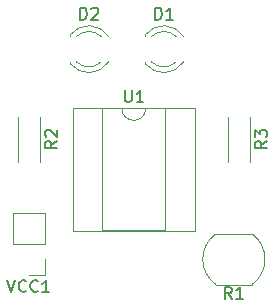
<source format=gbr>
%TF.GenerationSoftware,KiCad,Pcbnew,(5.1.9)-1*%
%TF.CreationDate,2021-03-24T10:04:47+05:30*%
%TF.ProjectId,Project1,50726f6a-6563-4743-912e-6b696361645f,rev?*%
%TF.SameCoordinates,Original*%
%TF.FileFunction,Legend,Top*%
%TF.FilePolarity,Positive*%
%FSLAX46Y46*%
G04 Gerber Fmt 4.6, Leading zero omitted, Abs format (unit mm)*
G04 Created by KiCad (PCBNEW (5.1.9)-1) date 2021-03-24 10:04:47*
%MOMM*%
%LPD*%
G01*
G04 APERTURE LIST*
%ADD10C,0.120000*%
%ADD11C,0.150000*%
G04 APERTURE END LIST*
D10*
%TO.C,VCC1*%
X134680000Y-90230000D02*
X133350000Y-90230000D01*
X134680000Y-88900000D02*
X134680000Y-90230000D01*
X134680000Y-87630000D02*
X132020000Y-87630000D01*
X132020000Y-87630000D02*
X132020000Y-85030000D01*
X134680000Y-87630000D02*
X134680000Y-85030000D01*
X134680000Y-85030000D02*
X132020000Y-85030000D01*
%TO.C,U1*%
X147380000Y-76080000D02*
X137100000Y-76080000D01*
X147380000Y-86480000D02*
X147380000Y-76080000D01*
X137100000Y-86480000D02*
X147380000Y-86480000D01*
X137100000Y-76080000D02*
X137100000Y-86480000D01*
X144890000Y-76140000D02*
X143240000Y-76140000D01*
X144890000Y-86420000D02*
X144890000Y-76140000D01*
X139590000Y-86420000D02*
X144890000Y-86420000D01*
X139590000Y-76140000D02*
X139590000Y-86420000D01*
X141240000Y-76140000D02*
X139590000Y-76140000D01*
X143240000Y-76140000D02*
G75*
G02*
X141240000Y-76140000I-1000000J0D01*
G01*
%TO.C,R3*%
X150210000Y-76820000D02*
X150210000Y-80660000D01*
X152050000Y-76820000D02*
X152050000Y-80660000D01*
%TO.C,R2*%
X132430000Y-76820000D02*
X132430000Y-80660000D01*
X134270000Y-76820000D02*
X134270000Y-80660000D01*
%TO.C,R1*%
X152250000Y-91050000D02*
X149200000Y-91050000D01*
X152250000Y-86750000D02*
X149200000Y-86750000D01*
X149155487Y-86781751D02*
G75*
G03*
X149200000Y-91050000I1544513J-2118249D01*
G01*
X152228234Y-91065526D02*
G75*
G03*
X152250000Y-86750000I-1528234J2165526D01*
G01*
%TO.C,D2*%
X136870000Y-72200000D02*
X136870000Y-72356000D01*
X136870000Y-69884000D02*
X136870000Y-70040000D01*
X139471130Y-72199837D02*
G75*
G02*
X137389039Y-72200000I-1041130J1079837D01*
G01*
X139471130Y-70040163D02*
G75*
G03*
X137389039Y-70040000I-1041130J-1079837D01*
G01*
X140102335Y-72198608D02*
G75*
G02*
X136870000Y-72355516I-1672335J1078608D01*
G01*
X140102335Y-70041392D02*
G75*
G03*
X136870000Y-69884484I-1672335J-1078608D01*
G01*
%TO.C,D1*%
X143220000Y-72200000D02*
X143220000Y-72356000D01*
X143220000Y-69884000D02*
X143220000Y-70040000D01*
X145821130Y-72199837D02*
G75*
G02*
X143739039Y-72200000I-1041130J1079837D01*
G01*
X145821130Y-70040163D02*
G75*
G03*
X143739039Y-70040000I-1041130J-1079837D01*
G01*
X146452335Y-72198608D02*
G75*
G02*
X143220000Y-72355516I-1672335J1078608D01*
G01*
X146452335Y-70041392D02*
G75*
G03*
X143220000Y-69884484I-1672335J-1078608D01*
G01*
%TO.C,VCC1*%
D11*
X131540476Y-90682380D02*
X131873809Y-91682380D01*
X132207142Y-90682380D01*
X133111904Y-91587142D02*
X133064285Y-91634761D01*
X132921428Y-91682380D01*
X132826190Y-91682380D01*
X132683333Y-91634761D01*
X132588095Y-91539523D01*
X132540476Y-91444285D01*
X132492857Y-91253809D01*
X132492857Y-91110952D01*
X132540476Y-90920476D01*
X132588095Y-90825238D01*
X132683333Y-90730000D01*
X132826190Y-90682380D01*
X132921428Y-90682380D01*
X133064285Y-90730000D01*
X133111904Y-90777619D01*
X134111904Y-91587142D02*
X134064285Y-91634761D01*
X133921428Y-91682380D01*
X133826190Y-91682380D01*
X133683333Y-91634761D01*
X133588095Y-91539523D01*
X133540476Y-91444285D01*
X133492857Y-91253809D01*
X133492857Y-91110952D01*
X133540476Y-90920476D01*
X133588095Y-90825238D01*
X133683333Y-90730000D01*
X133826190Y-90682380D01*
X133921428Y-90682380D01*
X134064285Y-90730000D01*
X134111904Y-90777619D01*
X135064285Y-91682380D02*
X134492857Y-91682380D01*
X134778571Y-91682380D02*
X134778571Y-90682380D01*
X134683333Y-90825238D01*
X134588095Y-90920476D01*
X134492857Y-90968095D01*
%TO.C,U1*%
X141478095Y-74592380D02*
X141478095Y-75401904D01*
X141525714Y-75497142D01*
X141573333Y-75544761D01*
X141668571Y-75592380D01*
X141859047Y-75592380D01*
X141954285Y-75544761D01*
X142001904Y-75497142D01*
X142049523Y-75401904D01*
X142049523Y-74592380D01*
X143049523Y-75592380D02*
X142478095Y-75592380D01*
X142763809Y-75592380D02*
X142763809Y-74592380D01*
X142668571Y-74735238D01*
X142573333Y-74830476D01*
X142478095Y-74878095D01*
%TO.C,R3*%
X153502380Y-78906666D02*
X153026190Y-79240000D01*
X153502380Y-79478095D02*
X152502380Y-79478095D01*
X152502380Y-79097142D01*
X152550000Y-79001904D01*
X152597619Y-78954285D01*
X152692857Y-78906666D01*
X152835714Y-78906666D01*
X152930952Y-78954285D01*
X152978571Y-79001904D01*
X153026190Y-79097142D01*
X153026190Y-79478095D01*
X152502380Y-78573333D02*
X152502380Y-77954285D01*
X152883333Y-78287619D01*
X152883333Y-78144761D01*
X152930952Y-78049523D01*
X152978571Y-78001904D01*
X153073809Y-77954285D01*
X153311904Y-77954285D01*
X153407142Y-78001904D01*
X153454761Y-78049523D01*
X153502380Y-78144761D01*
X153502380Y-78430476D01*
X153454761Y-78525714D01*
X153407142Y-78573333D01*
%TO.C,R2*%
X135722380Y-78906666D02*
X135246190Y-79240000D01*
X135722380Y-79478095D02*
X134722380Y-79478095D01*
X134722380Y-79097142D01*
X134770000Y-79001904D01*
X134817619Y-78954285D01*
X134912857Y-78906666D01*
X135055714Y-78906666D01*
X135150952Y-78954285D01*
X135198571Y-79001904D01*
X135246190Y-79097142D01*
X135246190Y-79478095D01*
X134817619Y-78525714D02*
X134770000Y-78478095D01*
X134722380Y-78382857D01*
X134722380Y-78144761D01*
X134770000Y-78049523D01*
X134817619Y-78001904D01*
X134912857Y-77954285D01*
X135008095Y-77954285D01*
X135150952Y-78001904D01*
X135722380Y-78573333D01*
X135722380Y-77954285D01*
%TO.C,R1*%
X150533333Y-92252380D02*
X150200000Y-91776190D01*
X149961904Y-92252380D02*
X149961904Y-91252380D01*
X150342857Y-91252380D01*
X150438095Y-91300000D01*
X150485714Y-91347619D01*
X150533333Y-91442857D01*
X150533333Y-91585714D01*
X150485714Y-91680952D01*
X150438095Y-91728571D01*
X150342857Y-91776190D01*
X149961904Y-91776190D01*
X151485714Y-92252380D02*
X150914285Y-92252380D01*
X151200000Y-92252380D02*
X151200000Y-91252380D01*
X151104761Y-91395238D01*
X151009523Y-91490476D01*
X150914285Y-91538095D01*
%TO.C,D2*%
X137691904Y-68612380D02*
X137691904Y-67612380D01*
X137930000Y-67612380D01*
X138072857Y-67660000D01*
X138168095Y-67755238D01*
X138215714Y-67850476D01*
X138263333Y-68040952D01*
X138263333Y-68183809D01*
X138215714Y-68374285D01*
X138168095Y-68469523D01*
X138072857Y-68564761D01*
X137930000Y-68612380D01*
X137691904Y-68612380D01*
X138644285Y-67707619D02*
X138691904Y-67660000D01*
X138787142Y-67612380D01*
X139025238Y-67612380D01*
X139120476Y-67660000D01*
X139168095Y-67707619D01*
X139215714Y-67802857D01*
X139215714Y-67898095D01*
X139168095Y-68040952D01*
X138596666Y-68612380D01*
X139215714Y-68612380D01*
%TO.C,D1*%
X144041904Y-68612380D02*
X144041904Y-67612380D01*
X144280000Y-67612380D01*
X144422857Y-67660000D01*
X144518095Y-67755238D01*
X144565714Y-67850476D01*
X144613333Y-68040952D01*
X144613333Y-68183809D01*
X144565714Y-68374285D01*
X144518095Y-68469523D01*
X144422857Y-68564761D01*
X144280000Y-68612380D01*
X144041904Y-68612380D01*
X145565714Y-68612380D02*
X144994285Y-68612380D01*
X145280000Y-68612380D02*
X145280000Y-67612380D01*
X145184761Y-67755238D01*
X145089523Y-67850476D01*
X144994285Y-67898095D01*
%TD*%
M02*

</source>
